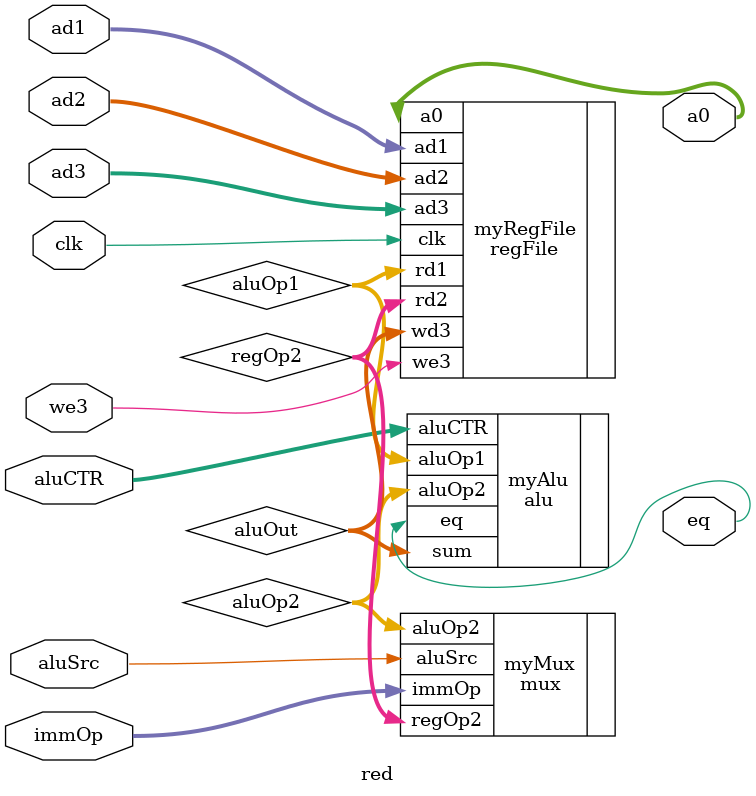
<source format=sv>
module red #(
    parameter ADDRESS_WIDTH = 5,
              DATA_WIDTH = 32
)(
    input wire clk,
    output wire [31:0] a0,
    input wire [ADDRESS_WIDTH - 1:0] ad1,
    input wire [ADDRESS_WIDTH - 1:0] ad2,
    input wire [ADDRESS_WIDTH - 1:0] ad3,
    input wire we3,
    input wire aluSrc,
    input wire [2:0] aluCTR,
    output wire eq,
    input wire [DATA_WIDTH - 1:0] immOp
);

wire [DATA_WIDTH - 1:0] aluOut;
wire [DATA_WIDTH - 1:0] aluOp1;
wire [DATA_WIDTH - 1:0] regOp2;
wire [DATA_WIDTH - 1:0] aluOp2;


regFile myRegFile(
    .ad1(ad1),
    .ad2(ad2),
    .ad3(ad3),
    .we3(we3),
    .wd3(aluOut),
    .rd1(aluOp1),
    .rd2(regOp2),
    .a0(a0),
    .clk(clk)
);

mux myMux(
    .regOp2(regOp2),
    .aluSrc(aluSrc),
    .immOp(immOp),
    .aluOp2(aluOp2)
);

alu myAlu(
    .aluOp1(aluOp1),
    .aluOp2(aluOp2),
    .aluCTR(aluCTR),
    .sum(aluOut),
    .eq(eq)
);

endmodule

</source>
